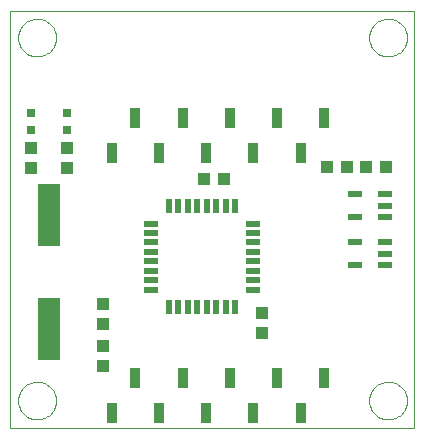
<source format=gtp>
G75*
G70*
%OFA0B0*%
%FSLAX24Y24*%
%IPPOS*%
%LPD*%
%AMOC8*
5,1,8,0,0,1.08239X$1,22.5*
%
%ADD10C,0.0000*%
%ADD11R,0.0220X0.0500*%
%ADD12R,0.0500X0.0220*%
%ADD13R,0.0472X0.0217*%
%ADD14R,0.0315X0.0315*%
%ADD15R,0.0394X0.0433*%
%ADD16R,0.0433X0.0394*%
%ADD17R,0.0335X0.0669*%
%ADD18R,0.0760X0.2100*%
D10*
X000567Y000150D02*
X000567Y014046D01*
X014037Y014046D01*
X014037Y000150D01*
X000567Y000150D01*
X000837Y001050D02*
X000839Y001100D01*
X000845Y001150D01*
X000855Y001199D01*
X000869Y001247D01*
X000886Y001294D01*
X000907Y001339D01*
X000932Y001383D01*
X000960Y001424D01*
X000992Y001463D01*
X001026Y001500D01*
X001063Y001534D01*
X001103Y001564D01*
X001145Y001591D01*
X001189Y001615D01*
X001235Y001636D01*
X001282Y001652D01*
X001330Y001665D01*
X001380Y001674D01*
X001429Y001679D01*
X001480Y001680D01*
X001530Y001677D01*
X001579Y001670D01*
X001628Y001659D01*
X001676Y001644D01*
X001722Y001626D01*
X001767Y001604D01*
X001810Y001578D01*
X001851Y001549D01*
X001890Y001517D01*
X001926Y001482D01*
X001958Y001444D01*
X001988Y001404D01*
X002015Y001361D01*
X002038Y001317D01*
X002057Y001271D01*
X002073Y001223D01*
X002085Y001174D01*
X002093Y001125D01*
X002097Y001075D01*
X002097Y001025D01*
X002093Y000975D01*
X002085Y000926D01*
X002073Y000877D01*
X002057Y000829D01*
X002038Y000783D01*
X002015Y000739D01*
X001988Y000696D01*
X001958Y000656D01*
X001926Y000618D01*
X001890Y000583D01*
X001851Y000551D01*
X001810Y000522D01*
X001767Y000496D01*
X001722Y000474D01*
X001676Y000456D01*
X001628Y000441D01*
X001579Y000430D01*
X001530Y000423D01*
X001480Y000420D01*
X001429Y000421D01*
X001380Y000426D01*
X001330Y000435D01*
X001282Y000448D01*
X001235Y000464D01*
X001189Y000485D01*
X001145Y000509D01*
X001103Y000536D01*
X001063Y000566D01*
X001026Y000600D01*
X000992Y000637D01*
X000960Y000676D01*
X000932Y000717D01*
X000907Y000761D01*
X000886Y000806D01*
X000869Y000853D01*
X000855Y000901D01*
X000845Y000950D01*
X000839Y001000D01*
X000837Y001050D01*
X000837Y013150D02*
X000839Y013200D01*
X000845Y013250D01*
X000855Y013299D01*
X000869Y013347D01*
X000886Y013394D01*
X000907Y013439D01*
X000932Y013483D01*
X000960Y013524D01*
X000992Y013563D01*
X001026Y013600D01*
X001063Y013634D01*
X001103Y013664D01*
X001145Y013691D01*
X001189Y013715D01*
X001235Y013736D01*
X001282Y013752D01*
X001330Y013765D01*
X001380Y013774D01*
X001429Y013779D01*
X001480Y013780D01*
X001530Y013777D01*
X001579Y013770D01*
X001628Y013759D01*
X001676Y013744D01*
X001722Y013726D01*
X001767Y013704D01*
X001810Y013678D01*
X001851Y013649D01*
X001890Y013617D01*
X001926Y013582D01*
X001958Y013544D01*
X001988Y013504D01*
X002015Y013461D01*
X002038Y013417D01*
X002057Y013371D01*
X002073Y013323D01*
X002085Y013274D01*
X002093Y013225D01*
X002097Y013175D01*
X002097Y013125D01*
X002093Y013075D01*
X002085Y013026D01*
X002073Y012977D01*
X002057Y012929D01*
X002038Y012883D01*
X002015Y012839D01*
X001988Y012796D01*
X001958Y012756D01*
X001926Y012718D01*
X001890Y012683D01*
X001851Y012651D01*
X001810Y012622D01*
X001767Y012596D01*
X001722Y012574D01*
X001676Y012556D01*
X001628Y012541D01*
X001579Y012530D01*
X001530Y012523D01*
X001480Y012520D01*
X001429Y012521D01*
X001380Y012526D01*
X001330Y012535D01*
X001282Y012548D01*
X001235Y012564D01*
X001189Y012585D01*
X001145Y012609D01*
X001103Y012636D01*
X001063Y012666D01*
X001026Y012700D01*
X000992Y012737D01*
X000960Y012776D01*
X000932Y012817D01*
X000907Y012861D01*
X000886Y012906D01*
X000869Y012953D01*
X000855Y013001D01*
X000845Y013050D01*
X000839Y013100D01*
X000837Y013150D01*
X012537Y013150D02*
X012539Y013200D01*
X012545Y013250D01*
X012555Y013299D01*
X012569Y013347D01*
X012586Y013394D01*
X012607Y013439D01*
X012632Y013483D01*
X012660Y013524D01*
X012692Y013563D01*
X012726Y013600D01*
X012763Y013634D01*
X012803Y013664D01*
X012845Y013691D01*
X012889Y013715D01*
X012935Y013736D01*
X012982Y013752D01*
X013030Y013765D01*
X013080Y013774D01*
X013129Y013779D01*
X013180Y013780D01*
X013230Y013777D01*
X013279Y013770D01*
X013328Y013759D01*
X013376Y013744D01*
X013422Y013726D01*
X013467Y013704D01*
X013510Y013678D01*
X013551Y013649D01*
X013590Y013617D01*
X013626Y013582D01*
X013658Y013544D01*
X013688Y013504D01*
X013715Y013461D01*
X013738Y013417D01*
X013757Y013371D01*
X013773Y013323D01*
X013785Y013274D01*
X013793Y013225D01*
X013797Y013175D01*
X013797Y013125D01*
X013793Y013075D01*
X013785Y013026D01*
X013773Y012977D01*
X013757Y012929D01*
X013738Y012883D01*
X013715Y012839D01*
X013688Y012796D01*
X013658Y012756D01*
X013626Y012718D01*
X013590Y012683D01*
X013551Y012651D01*
X013510Y012622D01*
X013467Y012596D01*
X013422Y012574D01*
X013376Y012556D01*
X013328Y012541D01*
X013279Y012530D01*
X013230Y012523D01*
X013180Y012520D01*
X013129Y012521D01*
X013080Y012526D01*
X013030Y012535D01*
X012982Y012548D01*
X012935Y012564D01*
X012889Y012585D01*
X012845Y012609D01*
X012803Y012636D01*
X012763Y012666D01*
X012726Y012700D01*
X012692Y012737D01*
X012660Y012776D01*
X012632Y012817D01*
X012607Y012861D01*
X012586Y012906D01*
X012569Y012953D01*
X012555Y013001D01*
X012545Y013050D01*
X012539Y013100D01*
X012537Y013150D01*
X012537Y001050D02*
X012539Y001100D01*
X012545Y001150D01*
X012555Y001199D01*
X012569Y001247D01*
X012586Y001294D01*
X012607Y001339D01*
X012632Y001383D01*
X012660Y001424D01*
X012692Y001463D01*
X012726Y001500D01*
X012763Y001534D01*
X012803Y001564D01*
X012845Y001591D01*
X012889Y001615D01*
X012935Y001636D01*
X012982Y001652D01*
X013030Y001665D01*
X013080Y001674D01*
X013129Y001679D01*
X013180Y001680D01*
X013230Y001677D01*
X013279Y001670D01*
X013328Y001659D01*
X013376Y001644D01*
X013422Y001626D01*
X013467Y001604D01*
X013510Y001578D01*
X013551Y001549D01*
X013590Y001517D01*
X013626Y001482D01*
X013658Y001444D01*
X013688Y001404D01*
X013715Y001361D01*
X013738Y001317D01*
X013757Y001271D01*
X013773Y001223D01*
X013785Y001174D01*
X013793Y001125D01*
X013797Y001075D01*
X013797Y001025D01*
X013793Y000975D01*
X013785Y000926D01*
X013773Y000877D01*
X013757Y000829D01*
X013738Y000783D01*
X013715Y000739D01*
X013688Y000696D01*
X013658Y000656D01*
X013626Y000618D01*
X013590Y000583D01*
X013551Y000551D01*
X013510Y000522D01*
X013467Y000496D01*
X013422Y000474D01*
X013376Y000456D01*
X013328Y000441D01*
X013279Y000430D01*
X013230Y000423D01*
X013180Y000420D01*
X013129Y000421D01*
X013080Y000426D01*
X013030Y000435D01*
X012982Y000448D01*
X012935Y000464D01*
X012889Y000485D01*
X012845Y000509D01*
X012803Y000536D01*
X012763Y000566D01*
X012726Y000600D01*
X012692Y000637D01*
X012660Y000676D01*
X012632Y000717D01*
X012607Y000761D01*
X012586Y000806D01*
X012569Y000853D01*
X012555Y000901D01*
X012545Y000950D01*
X012539Y001000D01*
X012537Y001050D01*
D11*
X008069Y004160D03*
X007754Y004160D03*
X007439Y004160D03*
X007124Y004160D03*
X006809Y004160D03*
X006494Y004160D03*
X006179Y004160D03*
X005864Y004160D03*
X005864Y007540D03*
X006179Y007540D03*
X006494Y007540D03*
X006809Y007540D03*
X007124Y007540D03*
X007439Y007540D03*
X007754Y007540D03*
X008069Y007540D03*
D12*
X008657Y006952D03*
X008657Y006637D03*
X008657Y006322D03*
X008657Y006007D03*
X008657Y005693D03*
X008657Y005378D03*
X008657Y005063D03*
X008657Y004748D03*
X005277Y004748D03*
X005277Y005063D03*
X005277Y005378D03*
X005277Y005693D03*
X005277Y006007D03*
X005277Y006322D03*
X005277Y006637D03*
X005277Y006952D03*
D13*
X012055Y007176D03*
X012055Y007924D03*
X013079Y007924D03*
X013079Y007550D03*
X013079Y007176D03*
X013079Y006324D03*
X013079Y005950D03*
X013079Y005576D03*
X012055Y005576D03*
X012055Y006324D03*
D14*
X002467Y010055D03*
X002467Y010645D03*
X001267Y010645D03*
X001267Y010055D03*
D15*
X001267Y009485D03*
X001267Y008815D03*
X002467Y008815D03*
X002467Y009485D03*
X003667Y004285D03*
X003667Y003615D03*
X003667Y002885D03*
X003667Y002215D03*
X008967Y003315D03*
X008967Y003985D03*
D16*
X007701Y008450D03*
X007032Y008450D03*
X011132Y008850D03*
X011801Y008850D03*
X012432Y008850D03*
X013101Y008850D03*
D17*
X011041Y010471D03*
X010253Y009290D03*
X009466Y010471D03*
X008678Y009290D03*
X007891Y010471D03*
X007104Y009290D03*
X006316Y010471D03*
X005529Y009290D03*
X004741Y010471D03*
X003954Y009290D03*
X004741Y001810D03*
X003954Y000629D03*
X005529Y000629D03*
X006316Y001810D03*
X007104Y000629D03*
X007891Y001810D03*
X008678Y000629D03*
X009466Y001810D03*
X010253Y000629D03*
X011041Y001810D03*
D18*
X001867Y003450D03*
X001867Y007250D03*
M02*

</source>
